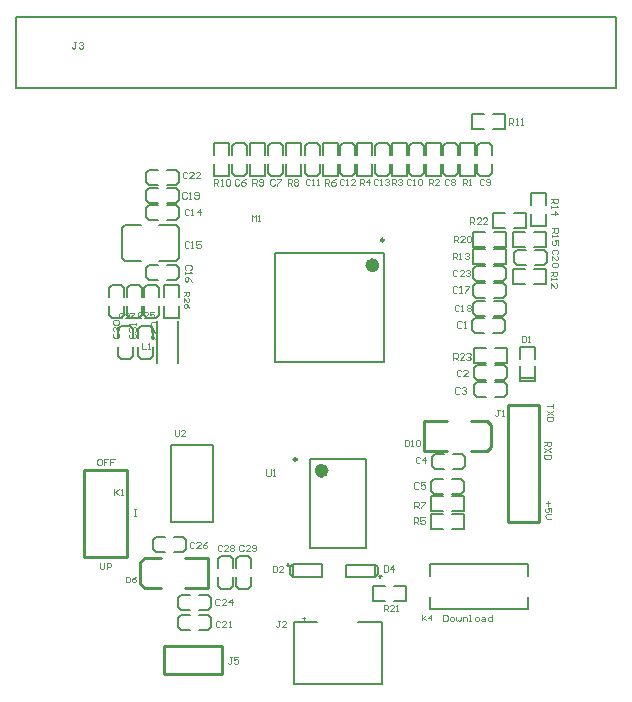
<source format=gto>
G04 Layer_Color=65535*
%FSLAX24Y24*%
%MOIN*%
G70*
G01*
G75*
%ADD25C,0.0236*%
%ADD40C,0.0098*%
%ADD41C,0.0060*%
%ADD42C,0.0050*%
%ADD43C,0.0060*%
%ADD44C,0.0080*%
%ADD45C,0.0079*%
%ADD46C,0.0100*%
%ADD47C,0.0039*%
D25*
X8002Y6959D02*
G03*
X8002Y6959I-118J0D01*
G01*
X9695Y13809D02*
G03*
X9695Y13809I-118J0D01*
G01*
D40*
X7057Y7343D02*
G03*
X7057Y7343I-49J0D01*
G01*
X9961Y14646D02*
G03*
X9961Y14646I-49J0D01*
G01*
D41*
X9081Y16793D02*
X9581D01*
X9081Y17893D02*
X9581D01*
Y16793D02*
Y17193D01*
X9081Y16793D02*
Y17193D01*
Y17493D02*
Y17893D01*
X9581Y17493D02*
Y17893D01*
X10222Y16793D02*
X10722D01*
X10222Y17893D02*
X10722D01*
Y16793D02*
Y17193D01*
X10222Y16793D02*
Y17193D01*
Y17493D02*
Y17893D01*
X10722Y17493D02*
Y17893D01*
X11354Y16793D02*
X11854D01*
X11354Y17893D02*
X11854D01*
Y16793D02*
Y17193D01*
X11354Y16793D02*
Y17193D01*
Y17493D02*
Y17893D01*
X11854Y17493D02*
Y17893D01*
X6949Y-160D02*
Y1907D01*
X9902Y-160D02*
Y1907D01*
X10303Y2624D02*
X10703D01*
X10303Y3124D02*
X10703D01*
X9603D02*
X10003D01*
X9603Y2624D02*
X10003D01*
X10703D02*
Y3124D01*
X9603Y2624D02*
Y3124D01*
X12496Y16793D02*
X12996D01*
X12496Y17893D02*
X12996D01*
Y16793D02*
Y17193D01*
X12496Y16793D02*
Y17193D01*
Y17493D02*
Y17893D01*
X12996Y17493D02*
Y17893D01*
X14484Y11087D02*
X14984D01*
X14484Y9937D02*
Y10437D01*
X14984Y10687D02*
Y11087D01*
X14484Y10687D02*
Y11087D01*
Y10037D02*
X14984D01*
Y9937D02*
Y10437D01*
X14484Y9937D02*
X14984D01*
X12939Y14415D02*
Y14915D01*
X14039Y14415D02*
Y14915D01*
X12939Y14415D02*
X13339D01*
X12939Y14915D02*
X13339D01*
X13639D02*
X14039D01*
X13639Y14415D02*
X14039D01*
X14278Y14425D02*
Y14925D01*
X15378Y14425D02*
Y14925D01*
X14278Y14425D02*
X14678D01*
X14278Y14925D02*
X14678D01*
X14978D02*
X15378D01*
X14978Y14425D02*
X15378D01*
X14868Y15124D02*
X15368D01*
X14868Y16224D02*
X15368D01*
Y15124D02*
Y15524D01*
X14868Y15124D02*
Y15524D01*
Y15824D02*
Y16224D01*
X15368Y15824D02*
Y16224D01*
X12939Y13854D02*
Y14354D01*
X14039Y13854D02*
Y14354D01*
X12939Y13854D02*
X13339D01*
X12939Y14354D02*
X13339D01*
X13639D02*
X14039D01*
X13639Y13854D02*
X14039D01*
X14278Y13175D02*
Y13675D01*
X15378Y13175D02*
Y13675D01*
X14278Y13175D02*
X14678D01*
X14278Y13675D02*
X14678D01*
X14978D02*
X15378D01*
X14978Y13175D02*
X15378D01*
X12910Y18352D02*
Y18852D01*
X14010Y18352D02*
Y18852D01*
X12910Y18352D02*
X13310D01*
X12910Y18852D02*
X13310D01*
X13610D02*
X14010D01*
X13610Y18352D02*
X14010D01*
X4297Y16793D02*
X4797D01*
X4297Y17893D02*
X4797D01*
Y16793D02*
Y17193D01*
X4297Y16793D02*
Y17193D01*
Y17493D02*
Y17893D01*
X4797Y17493D02*
Y17893D01*
X5498Y16793D02*
X5998D01*
X5498Y17893D02*
X5998D01*
Y16793D02*
Y17193D01*
X5498Y16793D02*
Y17193D01*
Y17493D02*
Y17893D01*
X5998Y17493D02*
Y17893D01*
X6689Y16793D02*
X7189D01*
X6689Y17893D02*
X7189D01*
Y16793D02*
Y17193D01*
X6689Y16793D02*
Y17193D01*
Y17493D02*
Y17893D01*
X7189Y17493D02*
Y17893D01*
X7919Y16793D02*
X8419D01*
X7919Y17893D02*
X8419D01*
Y16793D02*
Y17193D01*
X7919Y16793D02*
Y17193D01*
Y17493D02*
Y17893D01*
X8419Y17493D02*
Y17893D01*
X2626Y12044D02*
X3126D01*
X2626Y13144D02*
X3126D01*
Y12044D02*
Y12444D01*
X2626Y12044D02*
Y12444D01*
Y12744D02*
Y13144D01*
X3126Y12744D02*
Y13144D01*
X3096Y10556D02*
Y11056D01*
X2396Y10556D02*
Y11056D01*
Y11956D01*
X3096Y11056D02*
Y11956D01*
X14068Y10557D02*
Y11057D01*
X12968Y10557D02*
Y11057D01*
X13669D02*
X14068D01*
X13669Y10557D02*
X14068D01*
X12968D02*
X13369D01*
X12968Y11057D02*
X13369D01*
X14689Y15045D02*
Y15545D01*
X13589Y15045D02*
Y15545D01*
X14289D02*
X14689D01*
X14289Y15045D02*
X14689D01*
X13589D02*
X13989D01*
X13589Y15545D02*
X13989D01*
X11541Y5606D02*
Y6106D01*
X12641Y5606D02*
Y6106D01*
X11541Y5606D02*
X11941D01*
X11541Y6106D02*
X11941D01*
X12241D02*
X12641D01*
X12241Y5606D02*
X12641D01*
X11541Y5026D02*
Y5526D01*
X12641Y5026D02*
Y5526D01*
X11541Y5026D02*
X11941D01*
X11541Y5526D02*
X11941D01*
X12241D02*
X12641D01*
X12241Y5026D02*
X12641D01*
D42*
X9752Y17898D02*
X10052D01*
X10152Y17798D01*
Y17498D02*
Y17798D01*
X9652Y17498D02*
Y17798D01*
X9752Y17898D01*
Y16798D02*
X10052D01*
X10152Y16898D01*
Y17198D01*
X9652Y16898D02*
Y17198D01*
Y16898D02*
X9752Y16798D01*
X4525Y4128D02*
X4825D01*
X4925Y4028D01*
Y3728D02*
Y4028D01*
X4425Y3728D02*
Y4028D01*
X4525Y4128D01*
Y3028D02*
X4825D01*
X4925Y3128D01*
Y3428D01*
X4425Y3128D02*
Y3428D01*
Y3128D02*
X4525Y3028D01*
X5116D02*
X5416D01*
X5016Y3128D02*
X5116Y3028D01*
X5016Y3128D02*
Y3428D01*
X5516Y3128D02*
Y3428D01*
X5416Y3028D02*
X5516Y3128D01*
X5116Y4128D02*
X5416D01*
X5016Y4028D02*
X5116Y4128D01*
X5016Y3728D02*
Y4028D01*
X5516Y3728D02*
Y4028D01*
X5416Y4128D02*
X5516Y4028D01*
X12025Y17898D02*
X12325D01*
X12425Y17798D01*
Y17498D02*
Y17798D01*
X11925Y17498D02*
Y17798D01*
X12025Y17898D01*
Y16798D02*
X12325D01*
X12425Y16898D01*
Y17198D01*
X11925Y16898D02*
Y17198D01*
Y16898D02*
X12025Y16798D01*
X9802Y3442D02*
X9882D01*
X9842Y3392D02*
Y3492D01*
X6721Y3822D02*
X6801D01*
X6761Y3772D02*
Y3872D01*
X1484Y12049D02*
X1784D01*
X1384Y12149D02*
X1484Y12049D01*
X1384Y12149D02*
Y12449D01*
X1884Y12149D02*
Y12449D01*
X1784Y12049D02*
X1884Y12149D01*
X1484Y13149D02*
X1784D01*
X1384Y13049D02*
X1484Y13149D01*
X1384Y12749D02*
Y13049D01*
X1884Y12749D02*
Y13049D01*
X1784Y13149D02*
X1884Y13049D01*
X883Y12049D02*
X1183D01*
X783Y12149D02*
X883Y12049D01*
X783Y12149D02*
Y12449D01*
X1283Y12149D02*
Y12449D01*
X1183Y12049D02*
X1283Y12149D01*
X883Y13149D02*
X1183D01*
X783Y13049D02*
X883Y13149D01*
X783Y12749D02*
Y13049D01*
X1283Y12749D02*
Y13049D01*
X1183Y13149D02*
X1283Y13049D01*
X3350Y4338D02*
Y4638D01*
X3250Y4238D02*
X3350Y4338D01*
X2950Y4238D02*
X3250D01*
X2950Y4738D02*
X3250D01*
X3350Y4638D01*
X2250Y4338D02*
Y4638D01*
Y4338D02*
X2350Y4238D01*
X2650D01*
X2350Y4738D02*
X2650D01*
X2250Y4638D02*
X2350Y4738D01*
X3107Y2419D02*
Y2719D01*
X3207Y2819D01*
X3507D01*
X3207Y2319D02*
X3507D01*
X3107Y2419D02*
X3207Y2319D01*
X4207Y2419D02*
Y2719D01*
X4107Y2819D02*
X4207Y2719D01*
X3807Y2819D02*
X4107D01*
X3807Y2319D02*
X4107D01*
X4207Y2419D01*
X14034Y13383D02*
Y13683D01*
X13934Y13283D02*
X14034Y13383D01*
X13634Y13283D02*
X13934D01*
X13634Y13783D02*
X13934D01*
X14034Y13683D01*
X12934Y13383D02*
Y13683D01*
Y13383D02*
X13034Y13283D01*
X13334D01*
X13034Y13783D02*
X13334D01*
X12934Y13683D02*
X13034Y13783D01*
X2031Y16582D02*
Y16882D01*
X2131Y16982D01*
X2431D01*
X2131Y16482D02*
X2431D01*
X2031Y16582D02*
X2131Y16482D01*
X3131Y16582D02*
Y16882D01*
X3031Y16982D02*
X3131Y16882D01*
X2731Y16982D02*
X3031D01*
X2731Y16482D02*
X3031D01*
X3131Y16582D01*
X4206Y1759D02*
Y2059D01*
X4106Y1659D02*
X4206Y1759D01*
X3806Y1659D02*
X4106D01*
X3806Y2159D02*
X4106D01*
X4206Y2059D01*
X3106Y1759D02*
Y2059D01*
Y1759D02*
X3206Y1659D01*
X3506D01*
X3206Y2159D02*
X3506D01*
X3106Y2059D02*
X3206Y2159D01*
X15388Y13935D02*
Y14235D01*
X15288Y13835D02*
X15388Y13935D01*
X14988Y13835D02*
X15288D01*
X14988Y14335D02*
X15288D01*
X15388Y14235D01*
X14288Y13935D02*
Y14235D01*
Y13935D02*
X14388Y13835D01*
X14688D01*
X14388Y14335D02*
X14688D01*
X14288Y14235D02*
X14388Y14335D01*
X2031Y16002D02*
Y16302D01*
X2131Y16402D01*
X2431D01*
X2131Y15902D02*
X2431D01*
X2031Y16002D02*
X2131Y15902D01*
X3131Y16002D02*
Y16302D01*
X3031Y16402D02*
X3131Y16302D01*
X2731Y16402D02*
X3031D01*
X2731Y15902D02*
X3031D01*
X3131Y16002D01*
X12930Y12212D02*
Y12512D01*
X13030Y12612D01*
X13330D01*
X13030Y12112D02*
X13330D01*
X12930Y12212D02*
X13030Y12112D01*
X14030Y12212D02*
Y12512D01*
X13930Y12612D02*
X14030Y12512D01*
X13630Y12612D02*
X13930D01*
X13630Y12112D02*
X13930D01*
X14030Y12212D01*
X14034Y12813D02*
Y13113D01*
X13934Y12713D02*
X14034Y12813D01*
X13634Y12713D02*
X13934D01*
X13634Y13213D02*
X13934D01*
X14034Y13113D01*
X12934Y12813D02*
Y13113D01*
Y12813D02*
X13034Y12713D01*
X13334D01*
X13034Y13213D02*
X13334D01*
X12934Y13113D02*
X13034Y13213D01*
X2031Y13433D02*
Y13733D01*
X2131Y13833D01*
X2431D01*
X2131Y13333D02*
X2431D01*
X2031Y13433D02*
X2131Y13333D01*
X3131Y13433D02*
Y13733D01*
X3031Y13833D02*
X3131Y13733D01*
X2731Y13833D02*
X3031D01*
X2731Y13333D02*
X3031D01*
X3131Y13433D01*
X2031Y15411D02*
Y15711D01*
X2131Y15811D01*
X2431D01*
X2131Y15311D02*
X2431D01*
X2031Y15411D02*
X2131Y15311D01*
X3131Y15411D02*
Y15711D01*
X3031Y15811D02*
X3131Y15711D01*
X2731Y15811D02*
X3031D01*
X2731Y15311D02*
X3031D01*
X3131Y15411D01*
X6198Y17898D02*
X6498D01*
X6598Y17798D01*
Y17498D02*
Y17798D01*
X6098Y17498D02*
Y17798D01*
X6198Y17898D01*
Y16798D02*
X6498D01*
X6598Y16898D01*
Y17198D01*
X6098Y16898D02*
Y17198D01*
Y16898D02*
X6198Y16798D01*
X4998Y17898D02*
X5298D01*
X5398Y17798D01*
Y17498D02*
Y17798D01*
X4898Y17498D02*
Y17798D01*
X4998Y17898D01*
Y16798D02*
X5298D01*
X5398Y16898D01*
Y17198D01*
X4898Y16898D02*
Y17198D01*
Y16898D02*
X4998Y16798D01*
X12636Y6277D02*
Y6577D01*
X12536Y6177D02*
X12636Y6277D01*
X12236Y6177D02*
X12536D01*
X12236Y6677D02*
X12536D01*
X12636Y6577D01*
X11536Y6277D02*
Y6577D01*
Y6277D02*
X11636Y6177D01*
X11936D01*
X11636Y6677D02*
X11936D01*
X11536Y6577D02*
X11636Y6677D01*
X14064Y9525D02*
Y9825D01*
X13964Y9425D02*
X14064Y9525D01*
X13664Y9425D02*
X13964D01*
X13664Y9925D02*
X13964D01*
X14064Y9825D01*
X12964Y9525D02*
Y9825D01*
Y9525D02*
X13063Y9425D01*
X13363D01*
X13063Y9925D02*
X13363D01*
X12964Y9825D02*
X13063Y9925D01*
X14064Y10096D02*
Y10396D01*
X13964Y9996D02*
X14064Y10096D01*
X13664Y9996D02*
X13964D01*
X13664Y10496D02*
X13964D01*
X14064Y10396D01*
X12964Y10096D02*
Y10396D01*
Y10096D02*
X13063Y9996D01*
X13363D01*
X13063Y10496D02*
X13363D01*
X12964Y10396D02*
X13063Y10496D01*
X12909Y11661D02*
Y11961D01*
X13009Y12061D01*
X13309D01*
X13009Y11561D02*
X13309D01*
X12909Y11661D02*
X13009Y11561D01*
X14009Y11661D02*
Y11961D01*
X13909Y12061D02*
X14009Y11961D01*
X13609Y12061D02*
X13909D01*
X13609Y11561D02*
X13909D01*
X14009Y11661D01*
X2074Y13149D02*
X2374D01*
X2474Y13049D01*
Y12749D02*
Y13049D01*
X1974Y12749D02*
Y13049D01*
X2074Y13149D01*
Y12049D02*
X2374D01*
X2474Y12149D01*
Y12449D01*
X1974Y12149D02*
Y12449D01*
Y12149D02*
X2074Y12049D01*
X13157Y17898D02*
X13457D01*
X13557Y17798D01*
Y17498D02*
Y17798D01*
X13057Y17498D02*
Y17798D01*
X13157Y17898D01*
Y16798D02*
X13457D01*
X13557Y16898D01*
Y17198D01*
X13057Y16898D02*
Y17198D01*
Y16898D02*
X13157Y16798D01*
X10883Y17898D02*
X11183D01*
X11283Y17798D01*
Y17498D02*
Y17798D01*
X10783Y17498D02*
Y17798D01*
X10883Y17898D01*
Y16798D02*
X11183D01*
X11283Y16898D01*
Y17198D01*
X10783Y16898D02*
Y17198D01*
Y16898D02*
X10883Y16798D01*
X12651Y7114D02*
Y7414D01*
X12551Y7014D02*
X12651Y7114D01*
X12251Y7014D02*
X12551D01*
X12251Y7514D02*
X12551D01*
X12651Y7414D01*
X11551Y7114D02*
Y7414D01*
Y7114D02*
X11651Y7014D01*
X11951D01*
X11651Y7514D02*
X11951D01*
X11551Y7414D02*
X11651Y7514D01*
X8610Y17898D02*
X8910D01*
X9010Y17798D01*
Y17498D02*
Y17798D01*
X8510Y17498D02*
Y17798D01*
X8610Y17898D01*
Y16798D02*
X8910D01*
X9010Y16898D01*
Y17198D01*
X8510Y16898D02*
Y17198D01*
Y16898D02*
X8610Y16798D01*
X7419Y17898D02*
X7719D01*
X7819Y17798D01*
Y17498D02*
Y17798D01*
X7319Y17498D02*
Y17798D01*
X7419Y17898D01*
Y16798D02*
X7719D01*
X7819Y16898D01*
Y17198D01*
X7319Y16898D02*
Y17198D01*
Y16898D02*
X7419Y16798D01*
X1208Y11775D02*
X1508D01*
X1608Y11675D01*
Y11375D02*
Y11675D01*
X1108Y11375D02*
Y11675D01*
X1208Y11775D01*
Y10675D02*
X1508D01*
X1608Y10775D01*
Y11075D01*
X1108Y10775D02*
Y11075D01*
Y10775D02*
X1208Y10675D01*
X1868Y11785D02*
X2168D01*
X2268Y11685D01*
Y11385D02*
Y11685D01*
X1768Y11385D02*
Y11685D01*
X1868Y11785D01*
Y10685D02*
X2168D01*
X2268Y10785D01*
Y11085D01*
X1768Y10785D02*
Y11085D01*
Y10785D02*
X1868Y10685D01*
D43*
X6949Y-160D02*
X9902D01*
X6949Y1907D02*
X7739D01*
X9102D02*
X9902D01*
D44*
X2850Y7805D02*
X4252D01*
Y5246D02*
Y7805D01*
X2850Y5246D02*
Y7805D01*
Y5246D02*
X4252D01*
X9672Y3422D02*
X9764Y3513D01*
X8694Y3412D02*
Y3832D01*
Y3412D02*
X9664D01*
Y3422D02*
Y3832D01*
X8694D02*
X9664D01*
X9764Y3741D01*
Y3513D02*
Y3741D01*
X6840Y3751D02*
X6931Y3842D01*
X7910Y3432D02*
Y3852D01*
X6940D02*
X7910D01*
X6940Y3432D02*
Y3842D01*
Y3432D02*
X7910D01*
X6840Y3523D02*
X6940Y3432D01*
X6840Y3523D02*
Y3751D01*
X2466Y13947D02*
X3016D01*
X3116Y14047D01*
X2466Y15147D02*
X3016D01*
X3116Y15047D01*
Y14047D02*
Y15047D01*
X1316Y13947D02*
X1866D01*
X1216Y14047D02*
X1316Y13947D01*
Y15147D02*
X1866D01*
X1216Y15047D02*
X1316Y15147D01*
X1216Y14047D02*
Y15047D01*
D45*
X-2293Y19707D02*
Y22069D01*
Y19707D02*
X17707D01*
Y22069D01*
X-2293D02*
X17707D01*
X7490Y4400D02*
X9380D01*
X7490Y7352D02*
X9380D01*
Y4400D02*
Y7352D01*
X7490Y4400D02*
Y7352D01*
X6348Y10581D02*
Y14203D01*
X9970Y10581D02*
Y14203D01*
X6348Y10581D02*
X9970D01*
X6348Y14203D02*
X9970D01*
X14764Y3455D02*
Y3848D01*
X11496D02*
X14764D01*
X11496Y3455D02*
Y3848D01*
Y2352D02*
Y2746D01*
Y2352D02*
X14764D01*
Y2746D01*
D46*
X-20Y6988D02*
X1398D01*
X-20Y4075D02*
Y6988D01*
X1398Y4075D02*
Y6988D01*
X-20Y4075D02*
X1398D01*
X2638Y175D02*
Y434D01*
Y952D02*
Y1132D01*
Y175D02*
X4567D01*
X2638Y1132D02*
X4567D01*
Y175D02*
Y1132D01*
X2638Y434D02*
Y952D01*
X15130Y5238D02*
Y9136D01*
X14094Y5238D02*
Y9136D01*
X15130D01*
X14094Y5238D02*
X15130D01*
X1842Y3183D02*
Y3903D01*
X4083Y3043D02*
Y4043D01*
X1983Y3043D02*
X2533D01*
X2133Y4043D02*
X2533D01*
X3333D02*
X4083D01*
X3333Y3043D02*
X4083D01*
X1842Y3183D02*
X1983Y3043D01*
X1842Y3903D02*
X1983Y4043D01*
X2133D01*
X13541Y7750D02*
Y8470D01*
X11301Y7610D02*
Y8610D01*
X12851D02*
X13401D01*
X12851Y7610D02*
X13251D01*
X11301D02*
X12051D01*
X11301Y8610D02*
X12051D01*
X13401D02*
X13541Y8470D01*
X13401Y7610D02*
X13541Y7750D01*
X13251Y7610D02*
X13401D01*
D47*
X15741Y14186D02*
X15777Y14222D01*
Y14295D01*
X15741Y14331D01*
X15597D01*
X15561Y14295D01*
Y14222D01*
X15597Y14186D01*
X15561Y13970D02*
Y14114D01*
X15705Y13970D01*
X15741D01*
X15777Y14006D01*
Y14078D01*
X15741Y14114D01*
Y13898D02*
X15777Y13862D01*
Y13790D01*
X15741Y13753D01*
X15597D01*
X15561Y13790D01*
Y13862D01*
X15597Y13898D01*
X15741D01*
X9173Y16486D02*
Y16683D01*
X9272D01*
X9304Y16650D01*
Y16585D01*
X9272Y16552D01*
X9173D01*
X9239D02*
X9304Y16486D01*
X9468D02*
Y16683D01*
X9370Y16585D01*
X9501D01*
X9767Y16650D02*
X9734Y16683D01*
X9669D01*
X9636Y16650D01*
Y16519D01*
X9669Y16486D01*
X9734D01*
X9767Y16519D01*
X9833Y16486D02*
X9898D01*
X9865D01*
Y16683D01*
X9833Y16650D01*
X9997D02*
X10029Y16683D01*
X10095D01*
X10128Y16650D01*
Y16617D01*
X10095Y16585D01*
X10062D01*
X10095D01*
X10128Y16552D01*
Y16519D01*
X10095Y16486D01*
X10029D01*
X9997Y16519D01*
X10246Y16486D02*
Y16683D01*
X10344D01*
X10377Y16650D01*
Y16585D01*
X10344Y16552D01*
X10246D01*
X10312D02*
X10377Y16486D01*
X10443Y16650D02*
X10476Y16683D01*
X10541D01*
X10574Y16650D01*
Y16617D01*
X10541Y16585D01*
X10508D01*
X10541D01*
X10574Y16552D01*
Y16519D01*
X10541Y16486D01*
X10476D01*
X10443Y16519D01*
X11457Y16486D02*
Y16683D01*
X11555D01*
X11588Y16650D01*
Y16585D01*
X11555Y16552D01*
X11457D01*
X11522D02*
X11588Y16486D01*
X11785D02*
X11653D01*
X11785Y16617D01*
Y16650D01*
X11752Y16683D01*
X11686D01*
X11653Y16650D01*
X6489Y1939D02*
X6424D01*
X6457D01*
Y1775D01*
X6424Y1742D01*
X6391D01*
X6358Y1775D01*
X6686Y1742D02*
X6555D01*
X6686Y1873D01*
Y1906D01*
X6653Y1939D01*
X6588D01*
X6555Y1906D01*
X7239Y2038D02*
X7344D01*
X7291Y2091D02*
Y1986D01*
X9961Y2274D02*
Y2470D01*
X10059D01*
X10092Y2438D01*
Y2372D01*
X10059Y2339D01*
X9961D01*
X10026D02*
X10092Y2274D01*
X10289D02*
X10157D01*
X10289Y2405D01*
Y2438D01*
X10256Y2470D01*
X10190D01*
X10157Y2438D01*
X10354Y2274D02*
X10420D01*
X10387D01*
Y2470D01*
X10354Y2438D01*
X4560Y4465D02*
X4528Y4498D01*
X4462D01*
X4429Y4465D01*
Y4334D01*
X4462Y4301D01*
X4528D01*
X4560Y4334D01*
X4757Y4301D02*
X4626D01*
X4757Y4432D01*
Y4465D01*
X4724Y4498D01*
X4659D01*
X4626Y4465D01*
X4823D02*
X4855Y4498D01*
X4921D01*
X4954Y4465D01*
Y4432D01*
X4921Y4400D01*
X4954Y4367D01*
Y4334D01*
X4921Y4301D01*
X4855D01*
X4823Y4334D01*
Y4367D01*
X4855Y4400D01*
X4823Y4432D01*
Y4465D01*
X4855Y4400D02*
X4921D01*
X2992Y8317D02*
Y8153D01*
X3025Y8120D01*
X3091D01*
X3123Y8153D01*
Y8317D01*
X3320Y8120D02*
X3189D01*
X3320Y8251D01*
Y8284D01*
X3287Y8317D01*
X3222D01*
X3189Y8284D01*
X11939Y2155D02*
Y1939D01*
X12047D01*
X12083Y1975D01*
Y2119D01*
X12047Y2155D01*
X11939D01*
X12192Y1939D02*
X12264D01*
X12300Y1975D01*
Y2047D01*
X12264Y2083D01*
X12192D01*
X12155Y2047D01*
Y1975D01*
X12192Y1939D01*
X12372Y2083D02*
Y1975D01*
X12408Y1939D01*
X12444Y1975D01*
X12480Y1939D01*
X12516Y1975D01*
Y2083D01*
X12588Y1939D02*
Y2083D01*
X12697D01*
X12733Y2047D01*
Y1939D01*
X12805D02*
X12877D01*
X12841D01*
Y2155D01*
X12805D01*
X13021Y1939D02*
X13093D01*
X13130Y1975D01*
Y2047D01*
X13093Y2083D01*
X13021D01*
X12985Y2047D01*
Y1975D01*
X13021Y1939D01*
X13238Y2083D02*
X13310D01*
X13346Y2047D01*
Y1939D01*
X13238D01*
X13202Y1975D01*
X13238Y2011D01*
X13346D01*
X13562Y2155D02*
Y1939D01*
X13454D01*
X13418Y1975D01*
Y2047D01*
X13454Y2083D01*
X13562D01*
X11220Y2165D02*
Y1969D01*
Y2034D01*
X11352Y2165D01*
X11253Y2067D01*
X11352Y1969D01*
X11516D02*
Y2165D01*
X11417Y2067D01*
X11548D01*
X1252Y12201D02*
X1219Y12233D01*
X1153D01*
X1121Y12201D01*
Y12069D01*
X1153Y12037D01*
X1219D01*
X1252Y12069D01*
X1449Y12037D02*
X1317D01*
X1449Y12168D01*
Y12201D01*
X1416Y12233D01*
X1350D01*
X1317Y12201D01*
X1514Y12233D02*
X1645D01*
Y12201D01*
X1514Y12069D01*
Y12037D01*
X1912Y12211D02*
X1879Y12243D01*
X1813D01*
X1781Y12211D01*
Y12079D01*
X1813Y12047D01*
X1879D01*
X1912Y12079D01*
X2109Y12047D02*
X1977D01*
X2109Y12178D01*
Y12211D01*
X2076Y12243D01*
X2010D01*
X1977Y12211D01*
X2305Y12243D02*
X2174D01*
Y12145D01*
X2240Y12178D01*
X2273D01*
X2305Y12145D01*
Y12079D01*
X2273Y12047D01*
X2207D01*
X2174Y12079D01*
X10679Y7992D02*
Y7795D01*
X10778D01*
X10810Y7828D01*
Y7959D01*
X10778Y7992D01*
X10679D01*
X10876Y7795D02*
X10942D01*
X10909D01*
Y7992D01*
X10876Y7959D01*
X11040D02*
X11073Y7992D01*
X11138D01*
X11171Y7959D01*
Y7828D01*
X11138Y7795D01*
X11073D01*
X11040Y7828D01*
Y7959D01*
X1358Y3435D02*
Y3238D01*
X1457D01*
X1489Y3271D01*
Y3402D01*
X1457Y3435D01*
X1358D01*
X1686D02*
X1621Y3402D01*
X1555Y3337D01*
Y3271D01*
X1588Y3238D01*
X1653D01*
X1686Y3271D01*
Y3304D01*
X1653Y3337D01*
X1555D01*
X8645Y16650D02*
X8612Y16683D01*
X8547D01*
X8514Y16650D01*
Y16519D01*
X8547Y16486D01*
X8612D01*
X8645Y16519D01*
X8711Y16486D02*
X8776D01*
X8743D01*
Y16683D01*
X8711Y16650D01*
X9006Y16486D02*
X8875D01*
X9006Y16617D01*
Y16650D01*
X8973Y16683D01*
X8907D01*
X8875Y16650D01*
X7493D02*
X7461Y16683D01*
X7395D01*
X7362Y16650D01*
Y16519D01*
X7395Y16486D01*
X7461D01*
X7493Y16519D01*
X7559Y16486D02*
X7625D01*
X7592D01*
Y16683D01*
X7559Y16650D01*
X7723Y16486D02*
X7789D01*
X7756D01*
Y16683D01*
X7723Y16650D01*
X10860D02*
X10827Y16683D01*
X10761D01*
X10728Y16650D01*
Y16519D01*
X10761Y16486D01*
X10827D01*
X10860Y16519D01*
X10925Y16486D02*
X10991D01*
X10958D01*
Y16683D01*
X10925Y16650D01*
X11089D02*
X11122Y16683D01*
X11188D01*
X11220Y16650D01*
Y16519D01*
X11188Y16486D01*
X11122D01*
X11089Y16519D01*
Y16650D01*
X13300D02*
X13268Y16683D01*
X13202D01*
X13169Y16650D01*
Y16519D01*
X13202Y16486D01*
X13268D01*
X13300Y16519D01*
X13366D02*
X13399Y16486D01*
X13464D01*
X13497Y16519D01*
Y16650D01*
X13464Y16683D01*
X13399D01*
X13366Y16650D01*
Y16617D01*
X13399Y16585D01*
X13497D01*
X12119Y16650D02*
X12087Y16683D01*
X12021D01*
X11988Y16650D01*
Y16519D01*
X12021Y16486D01*
X12087D01*
X12119Y16519D01*
X12185Y16650D02*
X12218Y16683D01*
X12283D01*
X12316Y16650D01*
Y16617D01*
X12283Y16585D01*
X12316Y16552D01*
Y16519D01*
X12283Y16486D01*
X12218D01*
X12185Y16519D01*
Y16552D01*
X12218Y16585D01*
X12185Y16617D01*
Y16650D01*
X12218Y16585D02*
X12283D01*
X11165Y7379D02*
X11132Y7411D01*
X11066D01*
X11033Y7379D01*
Y7247D01*
X11066Y7215D01*
X11132D01*
X11165Y7247D01*
X11329Y7215D02*
Y7411D01*
X11230Y7313D01*
X11361D01*
X12589Y16486D02*
Y16683D01*
X12687D01*
X12720Y16650D01*
Y16585D01*
X12687Y16552D01*
X12589D01*
X12654D02*
X12720Y16486D01*
X12785D02*
X12851D01*
X12818D01*
Y16683D01*
X12785Y16650D01*
X13816Y8996D02*
X13743D01*
X13779D01*
Y8816D01*
X13743Y8780D01*
X13707D01*
X13671Y8816D01*
X13888Y8780D02*
X13960D01*
X13924D01*
Y8996D01*
X13888Y8960D01*
X3284Y12904D02*
X3481D01*
Y12805D01*
X3448Y12772D01*
X3383D01*
X3350Y12805D01*
Y12904D01*
Y12838D02*
X3284Y12772D01*
Y12576D02*
Y12707D01*
X3415Y12576D01*
X3448D01*
X3481Y12608D01*
Y12674D01*
X3448Y12707D01*
X3481Y12379D02*
X3448Y12444D01*
X3383Y12510D01*
X3317D01*
X3284Y12477D01*
Y12412D01*
X3317Y12379D01*
X3350D01*
X3383Y12412D01*
Y12510D01*
X1910Y11223D02*
Y11026D01*
X2041D01*
X2106D02*
X2172D01*
X2139D01*
Y11223D01*
X2106Y11190D01*
X2375Y11783D02*
X2411Y11819D01*
Y11891D01*
X2375Y11927D01*
X2231D01*
X2195Y11891D01*
Y11819D01*
X2231Y11783D01*
X2375Y11711D02*
X2411Y11675D01*
Y11603D01*
X2375Y11567D01*
X2339D01*
X2303Y11603D01*
Y11639D01*
Y11603D01*
X2267Y11567D01*
X2231D01*
X2195Y11603D01*
Y11675D01*
X2231Y11711D01*
X2375Y11495D02*
X2411Y11458D01*
Y11386D01*
X2375Y11350D01*
X2339D01*
X2303Y11386D01*
Y11422D01*
Y11386D01*
X2267Y11350D01*
X2231D01*
X2195Y11386D01*
Y11458D01*
X2231Y11495D01*
X12556Y11913D02*
X12520Y11949D01*
X12447D01*
X12411Y11913D01*
Y11768D01*
X12447Y11732D01*
X12520D01*
X12556Y11768D01*
X12628Y11732D02*
X12700D01*
X12664D01*
Y11949D01*
X12628Y11913D01*
X12536Y10289D02*
X12500Y10325D01*
X12428D01*
X12392Y10289D01*
Y10144D01*
X12428Y10108D01*
X12500D01*
X12536Y10144D01*
X12753Y10108D02*
X12608D01*
X12753Y10253D01*
Y10289D01*
X12716Y10325D01*
X12644D01*
X12608Y10289D01*
X12487Y9708D02*
X12451Y9744D01*
X12379D01*
X12343Y9708D01*
Y9564D01*
X12379Y9528D01*
X12451D01*
X12487Y9564D01*
X12559Y9708D02*
X12595Y9744D01*
X12667D01*
X12703Y9708D01*
Y9672D01*
X12667Y9636D01*
X12631D01*
X12667D01*
X12703Y9600D01*
Y9564D01*
X12667Y9528D01*
X12595D01*
X12559Y9564D01*
X11119Y6539D02*
X11083Y6575D01*
X11010D01*
X10974Y6539D01*
Y6394D01*
X11010Y6358D01*
X11083D01*
X11119Y6394D01*
X11335Y6575D02*
X11191D01*
Y6467D01*
X11263Y6503D01*
X11299D01*
X11335Y6467D01*
Y6394D01*
X11299Y6358D01*
X11227D01*
X11191Y6394D01*
X5134Y16647D02*
X5098Y16683D01*
X5026D01*
X4990Y16647D01*
Y16503D01*
X5026Y16467D01*
X5098D01*
X5134Y16503D01*
X5351Y16683D02*
X5279Y16647D01*
X5207Y16575D01*
Y16503D01*
X5243Y16467D01*
X5315D01*
X5351Y16503D01*
Y16539D01*
X5315Y16575D01*
X5207D01*
X6325Y16647D02*
X6289Y16683D01*
X6217D01*
X6181Y16647D01*
Y16503D01*
X6217Y16467D01*
X6289D01*
X6325Y16503D01*
X6398Y16683D02*
X6542D01*
Y16647D01*
X6398Y16503D01*
Y16467D01*
X3468Y15653D02*
X3432Y15689D01*
X3360D01*
X3324Y15653D01*
Y15509D01*
X3360Y15472D01*
X3432D01*
X3468Y15509D01*
X3541Y15472D02*
X3613D01*
X3577D01*
Y15689D01*
X3541Y15653D01*
X3829Y15472D02*
Y15689D01*
X3721Y15581D01*
X3865D01*
X3514Y13665D02*
X3550Y13701D01*
Y13773D01*
X3514Y13809D01*
X3370D01*
X3334Y13773D01*
Y13701D01*
X3370Y13665D01*
X3334Y13593D02*
Y13520D01*
Y13557D01*
X3550D01*
X3514Y13593D01*
X3550Y13268D02*
X3514Y13340D01*
X3442Y13412D01*
X3370D01*
X3334Y13376D01*
Y13304D01*
X3370Y13268D01*
X3406D01*
X3442Y13304D01*
Y13412D01*
X12408Y13074D02*
X12372Y13110D01*
X12300D01*
X12264Y13074D01*
Y12930D01*
X12300Y12894D01*
X12372D01*
X12408Y12930D01*
X12480Y12894D02*
X12552D01*
X12516D01*
Y13110D01*
X12480Y13074D01*
X12661Y13110D02*
X12805D01*
Y13074D01*
X12661Y12930D01*
Y12894D01*
X12467Y12464D02*
X12431Y12500D01*
X12359D01*
X12323Y12464D01*
Y12320D01*
X12359Y12283D01*
X12431D01*
X12467Y12320D01*
X12539Y12283D02*
X12611D01*
X12575D01*
Y12500D01*
X12539Y12464D01*
X12720D02*
X12756Y12500D01*
X12828D01*
X12864Y12464D01*
Y12428D01*
X12828Y12392D01*
X12864Y12356D01*
Y12320D01*
X12828Y12283D01*
X12756D01*
X12720Y12320D01*
Y12356D01*
X12756Y12392D01*
X12720Y12428D01*
Y12464D01*
X12756Y12392D02*
X12828D01*
X3389Y16214D02*
X3353Y16250D01*
X3281D01*
X3245Y16214D01*
Y16070D01*
X3281Y16033D01*
X3353D01*
X3389Y16070D01*
X3461Y16033D02*
X3534D01*
X3497D01*
Y16250D01*
X3461Y16214D01*
X3642Y16070D02*
X3678Y16033D01*
X3750D01*
X3786Y16070D01*
Y16214D01*
X3750Y16250D01*
X3678D01*
X3642Y16214D01*
Y16178D01*
X3678Y16142D01*
X3786D01*
X4495Y1932D02*
X4459Y1968D01*
X4386D01*
X4350Y1932D01*
Y1788D01*
X4386Y1752D01*
X4459D01*
X4495Y1788D01*
X4711Y1752D02*
X4567D01*
X4711Y1896D01*
Y1932D01*
X4675Y1968D01*
X4603D01*
X4567Y1932D01*
X4783Y1752D02*
X4855D01*
X4819D01*
Y1968D01*
X4783Y1932D01*
X3399Y16893D02*
X3363Y16929D01*
X3291D01*
X3255Y16893D01*
Y16749D01*
X3291Y16713D01*
X3363D01*
X3399Y16749D01*
X3616Y16713D02*
X3471D01*
X3616Y16857D01*
Y16893D01*
X3579Y16929D01*
X3507D01*
X3471Y16893D01*
X3832Y16713D02*
X3688D01*
X3832Y16857D01*
Y16893D01*
X3796Y16929D01*
X3724D01*
X3688Y16893D01*
X12413Y13625D02*
X12377Y13661D01*
X12305D01*
X12269Y13625D01*
Y13481D01*
X12305Y13445D01*
X12377D01*
X12413Y13481D01*
X12629Y13445D02*
X12485D01*
X12629Y13589D01*
Y13625D01*
X12593Y13661D01*
X12521D01*
X12485Y13625D01*
X12702D02*
X12738Y13661D01*
X12810D01*
X12846Y13625D01*
Y13589D01*
X12810Y13553D01*
X12774D01*
X12810D01*
X12846Y13517D01*
Y13481D01*
X12810Y13445D01*
X12738D01*
X12702Y13481D01*
X4485Y2661D02*
X4449Y2697D01*
X4377D01*
X4341Y2661D01*
Y2516D01*
X4377Y2480D01*
X4449D01*
X4485Y2516D01*
X4701Y2480D02*
X4557D01*
X4701Y2625D01*
Y2661D01*
X4665Y2697D01*
X4593D01*
X4557Y2661D01*
X4882Y2480D02*
Y2697D01*
X4773Y2589D01*
X4918D01*
X3638Y4560D02*
X3602Y4596D01*
X3530D01*
X3494Y4560D01*
Y4416D01*
X3530Y4380D01*
X3602D01*
X3638Y4416D01*
X3855Y4380D02*
X3711D01*
X3855Y4524D01*
Y4560D01*
X3819Y4596D01*
X3747D01*
X3711Y4560D01*
X4071Y4596D02*
X3999Y4560D01*
X3927Y4488D01*
Y4416D01*
X3963Y4380D01*
X4035D01*
X4071Y4416D01*
Y4452D01*
X4035Y4488D01*
X3927D01*
X5282Y4452D02*
X5246Y4488D01*
X5174D01*
X5138Y4452D01*
Y4308D01*
X5174Y4272D01*
X5246D01*
X5282Y4308D01*
X5499Y4272D02*
X5354D01*
X5499Y4416D01*
Y4452D01*
X5462Y4488D01*
X5390D01*
X5354Y4452D01*
X5571Y4308D02*
X5607Y4272D01*
X5679D01*
X5715Y4308D01*
Y4452D01*
X5679Y4488D01*
X5607D01*
X5571Y4452D01*
Y4416D01*
X5607Y4380D01*
X5715D01*
X961Y11544D02*
X925Y11508D01*
Y11436D01*
X961Y11400D01*
X1106D01*
X1142Y11436D01*
Y11508D01*
X1106Y11544D01*
X961Y11616D02*
X925Y11652D01*
Y11725D01*
X961Y11761D01*
X997D01*
X1033Y11725D01*
Y11688D01*
Y11725D01*
X1070Y11761D01*
X1106D01*
X1142Y11725D01*
Y11652D01*
X1106Y11616D01*
X961Y11833D02*
X925Y11869D01*
Y11941D01*
X961Y11977D01*
X1106D01*
X1142Y11941D01*
Y11869D01*
X1106Y11833D01*
X961D01*
X1513Y11525D02*
X1476Y11488D01*
Y11416D01*
X1513Y11380D01*
X1657D01*
X1693Y11416D01*
Y11488D01*
X1657Y11525D01*
X1513Y11597D02*
X1476Y11633D01*
Y11705D01*
X1513Y11741D01*
X1549D01*
X1585Y11705D01*
Y11669D01*
Y11705D01*
X1621Y11741D01*
X1657D01*
X1693Y11705D01*
Y11633D01*
X1657Y11597D01*
X1693Y11813D02*
Y11885D01*
Y11849D01*
X1476D01*
X1513Y11813D01*
X14557Y11457D02*
Y11240D01*
X14665D01*
X14701Y11276D01*
Y11421D01*
X14665Y11457D01*
X14557D01*
X14774Y11240D02*
X14846D01*
X14810D01*
Y11457D01*
X14774Y11421D01*
X6250Y3799D02*
Y3583D01*
X6358D01*
X6394Y3619D01*
Y3763D01*
X6358Y3799D01*
X6250D01*
X6611Y3583D02*
X6466D01*
X6611Y3727D01*
Y3763D01*
X6575Y3799D01*
X6503D01*
X6466Y3763D01*
X9951Y3809D02*
Y3593D01*
X10059D01*
X10095Y3629D01*
Y3773D01*
X10059Y3809D01*
X9951D01*
X10275Y3593D02*
Y3809D01*
X10167Y3701D01*
X10312D01*
X4898Y748D02*
X4826D01*
X4862D01*
Y568D01*
X4826Y531D01*
X4790D01*
X4754Y568D01*
X5115Y748D02*
X4970D01*
Y640D01*
X5043Y676D01*
X5079D01*
X5115Y640D01*
Y568D01*
X5079Y531D01*
X5006D01*
X4970Y568D01*
X10965Y5187D02*
Y5403D01*
X11073D01*
X11109Y5367D01*
Y5295D01*
X11073Y5259D01*
X10965D01*
X11037D02*
X11109Y5187D01*
X11325Y5403D02*
X11181D01*
Y5295D01*
X11253Y5331D01*
X11289D01*
X11325Y5295D01*
Y5223D01*
X11289Y5187D01*
X11217D01*
X11181Y5223D01*
X7992Y16467D02*
Y16683D01*
X8100D01*
X8136Y16647D01*
Y16575D01*
X8100Y16539D01*
X7992D01*
X8064D02*
X8136Y16467D01*
X8353Y16683D02*
X8281Y16647D01*
X8209Y16575D01*
Y16503D01*
X8245Y16467D01*
X8317D01*
X8353Y16503D01*
Y16539D01*
X8317Y16575D01*
X8209D01*
X10974Y5719D02*
Y5935D01*
X11083D01*
X11119Y5899D01*
Y5827D01*
X11083Y5791D01*
X10974D01*
X11047D02*
X11119Y5719D01*
X11191Y5935D02*
X11335D01*
Y5899D01*
X11191Y5755D01*
Y5719D01*
X6752Y16467D02*
Y16683D01*
X6860D01*
X6896Y16647D01*
Y16575D01*
X6860Y16539D01*
X6752D01*
X6824D02*
X6896Y16467D01*
X6968Y16647D02*
X7005Y16683D01*
X7077D01*
X7113Y16647D01*
Y16611D01*
X7077Y16575D01*
X7113Y16539D01*
Y16503D01*
X7077Y16467D01*
X7005D01*
X6968Y16503D01*
Y16539D01*
X7005Y16575D01*
X6968Y16611D01*
Y16647D01*
X7005Y16575D02*
X7077D01*
X5581Y16467D02*
Y16683D01*
X5689D01*
X5725Y16647D01*
Y16575D01*
X5689Y16539D01*
X5581D01*
X5653D02*
X5725Y16467D01*
X5797Y16503D02*
X5833Y16467D01*
X5905D01*
X5941Y16503D01*
Y16647D01*
X5905Y16683D01*
X5833D01*
X5797Y16647D01*
Y16611D01*
X5833Y16575D01*
X5941D01*
X4301Y16467D02*
Y16683D01*
X4409D01*
X4445Y16647D01*
Y16575D01*
X4409Y16539D01*
X4301D01*
X4373D02*
X4445Y16467D01*
X4518D02*
X4590D01*
X4554D01*
Y16683D01*
X4518Y16647D01*
X4698D02*
X4734Y16683D01*
X4806D01*
X4842Y16647D01*
Y16503D01*
X4806Y16467D01*
X4734D01*
X4698Y16503D01*
Y16647D01*
X14134Y18494D02*
Y18711D01*
X14242D01*
X14278Y18674D01*
Y18602D01*
X14242Y18566D01*
X14134D01*
X14206D02*
X14278Y18494D01*
X14350D02*
X14422D01*
X14386D01*
Y18711D01*
X14350Y18674D01*
X14531Y18494D02*
X14603D01*
X14567D01*
Y18711D01*
X14531Y18674D01*
X15532Y13602D02*
X15748D01*
Y13494D01*
X15712Y13458D01*
X15640D01*
X15604Y13494D01*
Y13602D01*
Y13530D02*
X15532Y13458D01*
Y13386D02*
Y13314D01*
Y13350D01*
X15748D01*
X15712Y13386D01*
X15532Y13061D02*
Y13206D01*
X15676Y13061D01*
X15712D01*
X15748Y13097D01*
Y13169D01*
X15712Y13206D01*
X12254Y14016D02*
Y14232D01*
X12362D01*
X12398Y14196D01*
Y14124D01*
X12362Y14088D01*
X12254D01*
X12326D02*
X12398Y14016D01*
X12470D02*
X12543D01*
X12506D01*
Y14232D01*
X12470Y14196D01*
X12651D02*
X12687Y14232D01*
X12759D01*
X12795Y14196D01*
Y14160D01*
X12759Y14124D01*
X12723D01*
X12759D01*
X12795Y14088D01*
Y14052D01*
X12759Y14016D01*
X12687D01*
X12651Y14052D01*
X15541Y16014D02*
X15758D01*
Y15906D01*
X15722Y15869D01*
X15650D01*
X15613Y15906D01*
Y16014D01*
Y15942D02*
X15541Y15869D01*
Y15797D02*
Y15725D01*
Y15761D01*
X15758D01*
X15722Y15797D01*
X15541Y15509D02*
X15758D01*
X15650Y15617D01*
Y15473D01*
X15561Y15039D02*
X15777D01*
Y14931D01*
X15741Y14895D01*
X15669D01*
X15633Y14931D01*
Y15039D01*
Y14967D02*
X15561Y14895D01*
Y14823D02*
Y14751D01*
Y14787D01*
X15777D01*
X15741Y14823D01*
X15777Y14498D02*
Y14643D01*
X15669D01*
X15705Y14570D01*
Y14534D01*
X15669Y14498D01*
X15597D01*
X15561Y14534D01*
Y14606D01*
X15597Y14643D01*
X12293Y14577D02*
Y14793D01*
X12402D01*
X12438Y14757D01*
Y14685D01*
X12402Y14649D01*
X12293D01*
X12365D02*
X12438Y14577D01*
X12654D02*
X12510D01*
X12654Y14721D01*
Y14757D01*
X12618Y14793D01*
X12546D01*
X12510Y14757D01*
X12726D02*
X12762Y14793D01*
X12834D01*
X12871Y14757D01*
Y14613D01*
X12834Y14577D01*
X12762D01*
X12726Y14613D01*
Y14757D01*
X6043Y7008D02*
Y6827D01*
X6079Y6791D01*
X6152D01*
X6188Y6827D01*
Y7008D01*
X6260Y6791D02*
X6332D01*
X6296D01*
Y7008D01*
X6260Y6972D01*
X3461Y14570D02*
X3425Y14606D01*
X3353D01*
X3317Y14570D01*
Y14426D01*
X3353Y14390D01*
X3425D01*
X3461Y14426D01*
X3533Y14390D02*
X3606D01*
X3569D01*
Y14606D01*
X3533Y14570D01*
X3858Y14606D02*
X3714D01*
Y14498D01*
X3786Y14534D01*
X3822D01*
X3858Y14498D01*
Y14426D01*
X3822Y14390D01*
X3750D01*
X3714Y14426D01*
X12274Y10659D02*
Y10876D01*
X12382D01*
X12418Y10840D01*
Y10768D01*
X12382Y10732D01*
X12274D01*
X12346D02*
X12418Y10659D01*
X12634D02*
X12490D01*
X12634Y10804D01*
Y10840D01*
X12598Y10876D01*
X12526D01*
X12490Y10840D01*
X12707D02*
X12743Y10876D01*
X12815D01*
X12851Y10840D01*
Y10804D01*
X12815Y10768D01*
X12779D01*
X12815D01*
X12851Y10732D01*
Y10696D01*
X12815Y10659D01*
X12743D01*
X12707Y10696D01*
X-289Y21250D02*
X-361D01*
X-325D01*
Y21070D01*
X-361Y21033D01*
X-397D01*
X-433Y21070D01*
X-217Y21214D02*
X-181Y21250D01*
X-108D01*
X-72Y21214D01*
Y21178D01*
X-108Y21142D01*
X-144D01*
X-108D01*
X-72Y21106D01*
Y21070D01*
X-108Y21033D01*
X-181D01*
X-217Y21070D01*
X974Y6368D02*
Y6152D01*
Y6224D01*
X1119Y6368D01*
X1010Y6260D01*
X1119Y6152D01*
X1191D02*
X1263D01*
X1227D01*
Y6368D01*
X1191Y6332D01*
X5553Y15279D02*
Y15496D01*
X5625Y15424D01*
X5697Y15496D01*
Y15279D01*
X5769D02*
X5841D01*
X5805D01*
Y15496D01*
X5769Y15460D01*
X12835Y15187D02*
Y15403D01*
X12943D01*
X12979Y15367D01*
Y15295D01*
X12943Y15259D01*
X12835D01*
X12907D02*
X12979Y15187D01*
X13195D02*
X13051D01*
X13195Y15331D01*
Y15367D01*
X13159Y15403D01*
X13087D01*
X13051Y15367D01*
X13412Y15187D02*
X13268D01*
X13412Y15331D01*
Y15367D01*
X13376Y15403D01*
X13304D01*
X13268Y15367D01*
X502Y3888D02*
Y3707D01*
X538Y3671D01*
X610D01*
X646Y3707D01*
Y3888D01*
X718Y3671D02*
Y3888D01*
X827D01*
X863Y3852D01*
Y3779D01*
X827Y3743D01*
X718D01*
X1713Y5453D02*
X1640D01*
X1677D01*
Y5669D01*
X1713D01*
X1640D01*
X522Y7362D02*
X449D01*
X413Y7326D01*
Y7182D01*
X449Y7146D01*
X522D01*
X558Y7182D01*
Y7326D01*
X522Y7362D01*
X774D02*
X630D01*
Y7254D01*
X702D01*
X630D01*
Y7146D01*
X991Y7362D02*
X846D01*
Y7254D01*
X918D01*
X846D01*
Y7146D01*
X15315Y7933D02*
X15531D01*
Y7825D01*
X15495Y7789D01*
X15423D01*
X15387Y7825D01*
Y7933D01*
Y7861D02*
X15315Y7789D01*
X15531Y7717D02*
X15315Y7572D01*
X15531D02*
X15315Y7717D01*
X15531Y7500D02*
X15315D01*
Y7392D01*
X15351Y7356D01*
X15495D01*
X15531Y7392D01*
Y7500D01*
X15610Y9183D02*
Y9039D01*
Y9111D01*
X15394D01*
X15610Y8967D02*
X15394Y8822D01*
X15610D02*
X15394Y8967D01*
X15610Y8750D02*
X15394D01*
Y8642D01*
X15430Y8606D01*
X15574D01*
X15610Y8642D01*
Y8750D01*
X15433Y5945D02*
Y5801D01*
X15505Y5873D02*
X15361D01*
X15541Y5584D02*
Y5728D01*
X15433D01*
X15469Y5656D01*
Y5620D01*
X15433Y5584D01*
X15361D01*
X15325Y5620D01*
Y5692D01*
X15361Y5728D01*
X15541Y5512D02*
X15397D01*
X15325Y5440D01*
X15397Y5368D01*
X15541D01*
M02*

</source>
